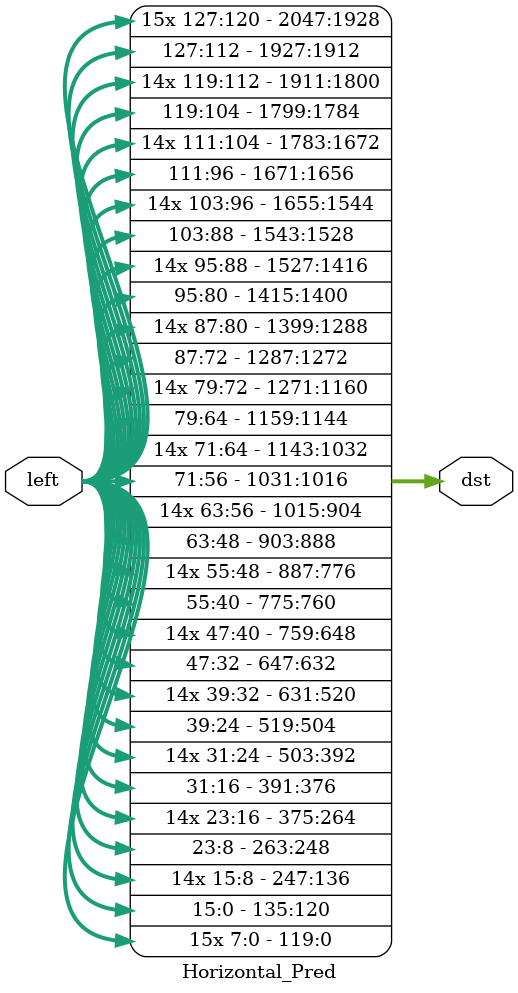
<source format=v>

`timescale 1ns/100ps

module Horizontal_Pred#(
 parameter BIT_WIDTH    = 8
,parameter BLOCK_SIZE   = 16
)(
 input      [BIT_WIDTH * BLOCK_SIZE - 1 : 0]                left
,output     [BIT_WIDTH * BLOCK_SIZE * BLOCK_SIZE - 1 : 0]   dst
);

genvar i,j;

generate

for(j = 0; j < BLOCK_SIZE; j = j + 1)begin
    for(i = 0; i < BLOCK_SIZE; i = i + 1)begin
        assign dst[(j * BLOCK_SIZE + i) * BIT_WIDTH + 7 : (j * BLOCK_SIZE + i) * BIT_WIDTH] = 
            left[j * BIT_WIDTH + 7 : j * BIT_WIDTH];
    end
end

endgenerate

endmodule

</source>
